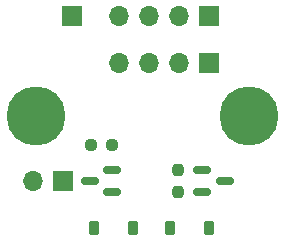
<source format=gbr>
%TF.GenerationSoftware,KiCad,Pcbnew,8.0.7*%
%TF.CreationDate,2024-12-12T10:30:31+01:00*%
%TF.ProjectId,pcb_actionneur_ventouse,7063625f-6163-4746-996f-6e6e6575725f,rev?*%
%TF.SameCoordinates,Original*%
%TF.FileFunction,Soldermask,Bot*%
%TF.FilePolarity,Negative*%
%FSLAX46Y46*%
G04 Gerber Fmt 4.6, Leading zero omitted, Abs format (unit mm)*
G04 Created by KiCad (PCBNEW 8.0.7) date 2024-12-12 10:30:31*
%MOMM*%
%LPD*%
G01*
G04 APERTURE LIST*
G04 Aperture macros list*
%AMRoundRect*
0 Rectangle with rounded corners*
0 $1 Rounding radius*
0 $2 $3 $4 $5 $6 $7 $8 $9 X,Y pos of 4 corners*
0 Add a 4 corners polygon primitive as box body*
4,1,4,$2,$3,$4,$5,$6,$7,$8,$9,$2,$3,0*
0 Add four circle primitives for the rounded corners*
1,1,$1+$1,$2,$3*
1,1,$1+$1,$4,$5*
1,1,$1+$1,$6,$7*
1,1,$1+$1,$8,$9*
0 Add four rect primitives between the rounded corners*
20,1,$1+$1,$2,$3,$4,$5,0*
20,1,$1+$1,$4,$5,$6,$7,0*
20,1,$1+$1,$6,$7,$8,$9,0*
20,1,$1+$1,$8,$9,$2,$3,0*%
G04 Aperture macros list end*
%ADD10RoundRect,0.225000X0.225000X0.375000X-0.225000X0.375000X-0.225000X-0.375000X0.225000X-0.375000X0*%
%ADD11R,1.700000X1.700000*%
%ADD12O,1.700000X1.700000*%
%ADD13C,2.900000*%
%ADD14C,5.000000*%
%ADD15RoundRect,0.237500X0.250000X0.237500X-0.250000X0.237500X-0.250000X-0.237500X0.250000X-0.237500X0*%
%ADD16RoundRect,0.237500X-0.237500X0.250000X-0.237500X-0.250000X0.237500X-0.250000X0.237500X0.250000X0*%
%ADD17RoundRect,0.150000X0.587500X0.150000X-0.587500X0.150000X-0.587500X-0.150000X0.587500X-0.150000X0*%
%ADD18RoundRect,0.150000X-0.587500X-0.150000X0.587500X-0.150000X0.587500X0.150000X-0.587500X0.150000X0*%
G04 APERTURE END LIST*
D10*
%TO.C,D5*%
X155650000Y-59500000D03*
X152350000Y-59500000D03*
%TD*%
%TO.C,D4*%
X149150000Y-59500000D03*
X145850000Y-59500000D03*
%TD*%
D11*
%TO.C,J2*%
X155620000Y-45500000D03*
D12*
X153080000Y-45500000D03*
X150540000Y-45500000D03*
X148000000Y-45500000D03*
%TD*%
D11*
%TO.C,J10*%
X144000000Y-41500000D03*
%TD*%
%TO.C,J1*%
X155620000Y-41500000D03*
D12*
X153080000Y-41500000D03*
X150540000Y-41500000D03*
X148000000Y-41500000D03*
%TD*%
D13*
%TO.C,J4*%
X159000000Y-50000000D03*
D14*
X159000000Y-50000000D03*
%TD*%
D13*
%TO.C,J5*%
X141000000Y-50000000D03*
D14*
X141000000Y-50000000D03*
%TD*%
D15*
%TO.C,R5*%
X145587500Y-52500000D03*
X147412500Y-52500000D03*
%TD*%
D16*
%TO.C,R4*%
X153000000Y-54587500D03*
X153000000Y-56412500D03*
%TD*%
D17*
%TO.C,Q2*%
X147437500Y-54550000D03*
X147437500Y-56450000D03*
X145562500Y-55500000D03*
%TD*%
D18*
%TO.C,Q1*%
X155062500Y-56450000D03*
X155062500Y-54550000D03*
X156937500Y-55500000D03*
%TD*%
D12*
%TO.C,J3*%
X140735000Y-55500000D03*
D11*
X143275000Y-55500000D03*
%TD*%
M02*

</source>
